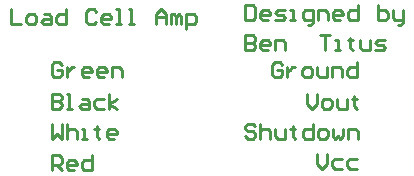
<source format=gbo>
G04*
G04 #@! TF.GenerationSoftware,Altium Limited,Altium Designer,18.0.12 (696)*
G04*
G04 Layer_Color=32896*
%FSLAX25Y25*%
%MOIN*%
G70*
G01*
G75*
%ADD13C,0.01000*%
D13*
X193500Y182063D02*
Y177064D01*
X195999D01*
X196832Y177897D01*
Y181229D01*
X195999Y182063D01*
X193500D01*
X200998Y177064D02*
X199331D01*
X198498Y177897D01*
Y179563D01*
X199331Y180396D01*
X200998D01*
X201831Y179563D01*
Y178730D01*
X198498D01*
X203497Y177064D02*
X205996D01*
X206829Y177897D01*
X205996Y178730D01*
X204330D01*
X203497Y179563D01*
X204330Y180396D01*
X206829D01*
X208495Y177064D02*
X210161D01*
X209328D01*
Y180396D01*
X208495D01*
X214327Y175398D02*
X215160D01*
X215993Y176231D01*
Y180396D01*
X213493D01*
X212661Y179563D01*
Y177897D01*
X213493Y177064D01*
X215993D01*
X217659D02*
Y180396D01*
X220158D01*
X220991Y179563D01*
Y177064D01*
X225156D02*
X223490D01*
X222657Y177897D01*
Y179563D01*
X223490Y180396D01*
X225156D01*
X225990Y179563D01*
Y178730D01*
X222657D01*
X230988Y182063D02*
Y177064D01*
X228489D01*
X227656Y177897D01*
Y179563D01*
X228489Y180396D01*
X230988D01*
X237652Y182063D02*
Y177064D01*
X240152D01*
X240985Y177897D01*
Y178730D01*
Y179563D01*
X240152Y180396D01*
X237652D01*
X242651D02*
Y177897D01*
X243484Y177064D01*
X245983D01*
Y176231D01*
X245150Y175398D01*
X244317D01*
X245983Y177064D02*
Y180396D01*
X193500Y171998D02*
Y167000D01*
X195999D01*
X196832Y167833D01*
Y168666D01*
X195999Y169499D01*
X193500D01*
X195999D01*
X196832Y170332D01*
Y171165D01*
X195999Y171998D01*
X193500D01*
X200998Y167000D02*
X199331D01*
X198498Y167833D01*
Y169499D01*
X199331Y170332D01*
X200998D01*
X201831Y169499D01*
Y168666D01*
X198498D01*
X203497Y167000D02*
Y170332D01*
X205996D01*
X206829Y169499D01*
Y167000D01*
X218492Y171998D02*
X221824D01*
X220158D01*
Y167000D01*
X223490D02*
X225156D01*
X224323D01*
Y170332D01*
X223490D01*
X228489Y171165D02*
Y170332D01*
X227656D01*
X229322D01*
X228489D01*
Y167833D01*
X229322Y167000D01*
X231821Y170332D02*
Y167833D01*
X232654Y167000D01*
X235153D01*
Y170332D01*
X236819Y167000D02*
X239318D01*
X240152Y167833D01*
X239318Y168666D01*
X237652D01*
X236819Y169499D01*
X237652Y170332D01*
X240152D01*
X115500Y180665D02*
Y175666D01*
X118832D01*
X121331D02*
X122998D01*
X123831Y176499D01*
Y178165D01*
X122998Y178998D01*
X121331D01*
X120498Y178165D01*
Y176499D01*
X121331Y175666D01*
X126330Y178998D02*
X127996D01*
X128829Y178165D01*
Y175666D01*
X126330D01*
X125497Y176499D01*
X126330Y177332D01*
X128829D01*
X133827Y180665D02*
Y175666D01*
X131328D01*
X130495Y176499D01*
Y178165D01*
X131328Y178998D01*
X133827D01*
X143824Y179831D02*
X142991Y180665D01*
X141325D01*
X140492Y179831D01*
Y176499D01*
X141325Y175666D01*
X142991D01*
X143824Y176499D01*
X147989Y175666D02*
X146323D01*
X145490Y176499D01*
Y178165D01*
X146323Y178998D01*
X147989D01*
X148822Y178165D01*
Y177332D01*
X145490D01*
X150489Y175666D02*
X152155D01*
X151322D01*
Y180665D01*
X150489D01*
X154654Y175666D02*
X156320D01*
X155487D01*
Y180665D01*
X154654D01*
X163818Y175666D02*
Y178998D01*
X165484Y180665D01*
X167150Y178998D01*
Y175666D01*
Y178165D01*
X163818D01*
X168816Y175666D02*
Y178998D01*
X169649D01*
X170482Y178165D01*
Y175666D01*
Y178165D01*
X171315Y178998D01*
X172148Y178165D01*
Y175666D01*
X173814Y174000D02*
Y178998D01*
X176314D01*
X177147Y178165D01*
Y176499D01*
X176314Y175666D01*
X173814D01*
X205832Y162165D02*
X204999Y162998D01*
X203333D01*
X202500Y162165D01*
Y158833D01*
X203333Y158000D01*
X204999D01*
X205832Y158833D01*
Y160499D01*
X204166D01*
X207498Y161332D02*
Y158000D01*
Y159666D01*
X208331Y160499D01*
X209165Y161332D01*
X209998D01*
X213330Y158000D02*
X214996D01*
X215829Y158833D01*
Y160499D01*
X214996Y161332D01*
X213330D01*
X212497Y160499D01*
Y158833D01*
X213330Y158000D01*
X217495Y161332D02*
Y158833D01*
X218328Y158000D01*
X220827D01*
Y161332D01*
X222494Y158000D02*
Y161332D01*
X224993D01*
X225826Y160499D01*
Y158000D01*
X230824Y162998D02*
Y158000D01*
X228325D01*
X227492Y158833D01*
Y160499D01*
X228325Y161332D01*
X230824D01*
X214000Y152498D02*
Y149166D01*
X215666Y147500D01*
X217332Y149166D01*
Y152498D01*
X219831Y147500D02*
X221498D01*
X222331Y148333D01*
Y149999D01*
X221498Y150832D01*
X219831D01*
X218998Y149999D01*
Y148333D01*
X219831Y147500D01*
X223997Y150832D02*
Y148333D01*
X224830Y147500D01*
X227329D01*
Y150832D01*
X229828Y151665D02*
Y150832D01*
X228995D01*
X230661D01*
X229828D01*
Y148333D01*
X230661Y147500D01*
X196832Y141665D02*
X195999Y142498D01*
X194333D01*
X193500Y141665D01*
Y140832D01*
X194333Y139999D01*
X195999D01*
X196832Y139166D01*
Y138333D01*
X195999Y137500D01*
X194333D01*
X193500Y138333D01*
X198498Y142498D02*
Y137500D01*
Y139999D01*
X199331Y140832D01*
X200998D01*
X201831Y139999D01*
Y137500D01*
X203497Y140832D02*
Y138333D01*
X204330Y137500D01*
X206829D01*
Y140832D01*
X209328Y141665D02*
Y140832D01*
X208495D01*
X210161D01*
X209328D01*
Y138333D01*
X210161Y137500D01*
X215993Y142498D02*
Y137500D01*
X213493D01*
X212661Y138333D01*
Y139999D01*
X213493Y140832D01*
X215993D01*
X218492Y137500D02*
X220158D01*
X220991Y138333D01*
Y139999D01*
X220158Y140832D01*
X218492D01*
X217659Y139999D01*
Y138333D01*
X218492Y137500D01*
X222657Y140832D02*
Y138333D01*
X223490Y137500D01*
X224323Y138333D01*
X225156Y137500D01*
X225990Y138333D01*
Y140832D01*
X227656Y137500D02*
Y140832D01*
X230155D01*
X230988Y139999D01*
Y137500D01*
X217500Y132498D02*
Y129166D01*
X219166Y127500D01*
X220832Y129166D01*
Y132498D01*
X225831Y130832D02*
X223331D01*
X222498Y129999D01*
Y128333D01*
X223331Y127500D01*
X225831D01*
X230829Y130832D02*
X228330D01*
X227497Y129999D01*
Y128333D01*
X228330Y127500D01*
X230829D01*
X129000Y127000D02*
Y131998D01*
X131499D01*
X132332Y131165D01*
Y129499D01*
X131499Y128666D01*
X129000D01*
X130666D02*
X132332Y127000D01*
X136498D02*
X134831D01*
X133998Y127833D01*
Y129499D01*
X134831Y130332D01*
X136498D01*
X137331Y129499D01*
Y128666D01*
X133998D01*
X142329Y131998D02*
Y127000D01*
X139830D01*
X138997Y127833D01*
Y129499D01*
X139830Y130332D01*
X142329D01*
X129000Y142498D02*
Y137500D01*
X130666Y139166D01*
X132332Y137500D01*
Y142498D01*
X133998D02*
Y137500D01*
Y139999D01*
X134831Y140832D01*
X136498D01*
X137331Y139999D01*
Y137500D01*
X138997D02*
X140663D01*
X139830D01*
Y140832D01*
X138997D01*
X143995Y141665D02*
Y140832D01*
X143162D01*
X144828D01*
X143995D01*
Y138333D01*
X144828Y137500D01*
X149827D02*
X148161D01*
X147327Y138333D01*
Y139999D01*
X148161Y140832D01*
X149827D01*
X150660Y139999D01*
Y139166D01*
X147327D01*
X129000Y152498D02*
Y147500D01*
X131499D01*
X132332Y148333D01*
Y149166D01*
X131499Y149999D01*
X129000D01*
X131499D01*
X132332Y150832D01*
Y151665D01*
X131499Y152498D01*
X129000D01*
X133998Y147500D02*
X135664D01*
X134831D01*
Y152498D01*
X133998D01*
X138997Y150832D02*
X140663D01*
X141496Y149999D01*
Y147500D01*
X138997D01*
X138164Y148333D01*
X138997Y149166D01*
X141496D01*
X146494Y150832D02*
X143995D01*
X143162Y149999D01*
Y148333D01*
X143995Y147500D01*
X146494D01*
X148161D02*
Y152498D01*
Y149166D02*
X150660Y150832D01*
X148161Y149166D02*
X150660Y147500D01*
X132332Y162165D02*
X131499Y162998D01*
X129833D01*
X129000Y162165D01*
Y158833D01*
X129833Y158000D01*
X131499D01*
X132332Y158833D01*
Y160499D01*
X130666D01*
X133998Y161332D02*
Y158000D01*
Y159666D01*
X134831Y160499D01*
X135664Y161332D01*
X136498D01*
X141496Y158000D02*
X139830D01*
X138997Y158833D01*
Y160499D01*
X139830Y161332D01*
X141496D01*
X142329Y160499D01*
Y159666D01*
X138997D01*
X146494Y158000D02*
X144828D01*
X143995Y158833D01*
Y160499D01*
X144828Y161332D01*
X146494D01*
X147327Y160499D01*
Y159666D01*
X143995D01*
X148994Y158000D02*
Y161332D01*
X151493D01*
X152326Y160499D01*
Y158000D01*
M02*

</source>
